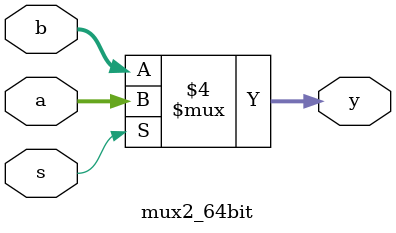
<source format=v>
module mux2_64bit(a,b,s,y); //64bits 2-to-1 MUX
  input [63:0] a, b;
  input s;
  output [63:0] y;
  reg [63:0] y;
  
  always@(a,b,s) begin
    if(s==0) begin
      y=b;
    end
    else begin
      y=a;
    end
  end
  
endmodule

</source>
